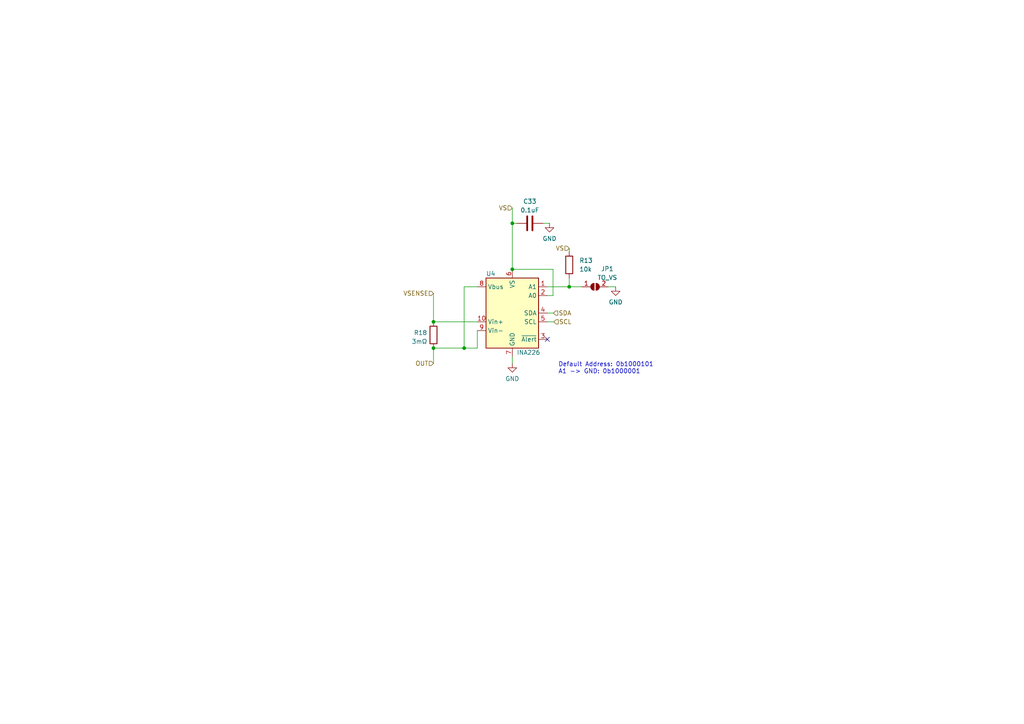
<source format=kicad_sch>
(kicad_sch (version 20230409) (generator eeschema)
  (paper "A4")
  (lib_symbols
    (symbol "Device:C" (pin_numbers hide) (pin_names (offset 0.254))
      (property "Reference" "C" (at 0.635 2.54 0))
      (property "Value" "C" (at 0.635 -2.54 0))
      (symbol "C_0_1"
        (polyline (pts (xy -2.032 -0.762) (xy 2.032 -0.762)) (stroke (width 0.508)))
        (polyline (pts (xy -2.032 0.762) (xy 2.032 0.762)) (stroke (width 0.508)))
      )
      (symbol "C_1_1"
        (pin passive line (at 0 3.81 270) (length 2.794) (name "~") (number "1"))
        (pin passive line (at 0 -3.81 90) (length 2.794) (name "~") (number "2"))
      )
    )
    (symbol "Device:R" (pin_numbers hide) (pin_names (offset 0))
      (property "Reference" "R" (at 2.032 0 90))
      (property "Value" "R" (at 0 0 90))
      (symbol "R_0_1"
        (rectangle (start -1.016 -2.54) (end 1.016 2.54) (stroke (width 0.254)))
      )
      (symbol "R_1_1"
        (pin passive line (at 0 3.81 270) (length 1.27) (name "~") (number "1"))
        (pin passive line (at 0 -3.81 90) (length 1.27) (name "~") (number "2"))
      )
    )
    (symbol "Jumper:SolderJumper_2_Open" (pin_names (offset 0) hide)
      (property "Reference" "JP" (at 0 2.032 0))
      (property "Value" "SolderJumper_2_Open" (at 0 -2.54 0))
      (symbol "SolderJumper_2_Open_0_1"
        (arc (start -0.254 1.016) (mid -1.2656 0) (end -0.254 -1.016))
        (arc (start -0.254 1.016) (mid -1.2656 0) (end -0.254 -1.016) (fill (type outline)))
        (polyline (pts (xy -0.254 1.016) (xy -0.254 -1.016)))
        (polyline (pts (xy 0.254 1.016) (xy 0.254 -1.016)))
        (arc (start 0.254 -1.016) (mid 1.2656 0) (end 0.254 1.016))
        (arc (start 0.254 -1.016) (mid 1.2656 0) (end 0.254 1.016) (fill (type outline)))
      )
      (symbol "SolderJumper_2_Open_1_1"
        (pin passive line (at -3.81 0 0) (length 2.54) (name "A") (number "1"))
        (pin passive line (at 3.81 0 180) (length 2.54) (name "B") (number "2"))
      )
    )
    (symbol "Sensor_Energy:INA226"
      (property "Reference" "U" (at -6.35 11.43 0))
      (property "Value" "INA226" (at 3.81 11.43 0))
      (symbol "INA226_0_1"
        (rectangle (start 7.62 10.16) (end -7.62 -10.16) (stroke (width 0.254)) (fill (type background)))
      )
      (symbol "INA226_1_1"
        (pin input line (at 10.16 7.62 180) (length 2.54) (name "A1") (number "1"))
        (pin input line (at -10.16 -2.54 0) (length 2.54) (name "Vin+") (number "10"))
        (pin input line (at 10.16 5.08 180) (length 2.54) (name "A0") (number "2"))
        (pin open_collector line (at 10.16 -7.62 180) (length 2.54) (name "~{Alert}") (number "3"))
        (pin bidirectional line (at 10.16 0 180) (length 2.54) (name "SDA") (number "4"))
        (pin input line (at 10.16 -2.54 180) (length 2.54) (name "SCL") (number "5"))
        (pin power_in line (at 0 12.7 270) (length 2.54) (name "VS") (number "6"))
        (pin power_in line (at 0 -12.7 90) (length 2.54) (name "GND") (number "7"))
        (pin input line (at -10.16 7.62 0) (length 2.54) (name "Vbus") (number "8"))
        (pin input line (at -10.16 -5.08 0) (length 2.54) (name "Vin-") (number "9"))
      )
    )
    (symbol "power:GND" (power) (pin_names (offset 0))
      (property "Value" "GND" (at 0 -3.81 0))
      (symbol "GND_0_1"
        (polyline (pts (xy 0 0) (xy 0 -1.27) (xy 1.27 -1.27) (xy 0 -2.54) (xy -1.27 -1.27) (xy 0 -1.27)))
      )
      (symbol "GND_1_1"
        (pin power_in line (at 0 0 270) (length 0) hide (name "GND") (number "1"))
      )
    )
  )
  (junction (at 148.59 78.105))
  (junction (at 148.59 64.77))
  (junction (at 125.73 93.345))
  (junction (at 165.1 83.185))
  (junction (at 134.62 100.965))
  (junction (at 125.73 100.965))
  (no_connect (at 158.75 98.425))
  (wire (pts (xy 148.59 64.77) (xy 148.59 78.105)))
  (wire (pts (xy 138.43 100.965) (xy 138.43 95.885)))
  (wire (pts (xy 134.62 83.185) (xy 134.62 100.965)))
  (wire (pts (xy 125.73 100.965) (xy 125.73 105.41)))
  (wire (pts (xy 160.401 85.725) (xy 160.401 78.105)))
  (wire (pts (xy 134.62 100.965) (xy 138.43 100.965)))
  (wire (pts (xy 125.73 93.345) (xy 138.43 93.345)))
  (wire (pts (xy 160.401 78.105) (xy 148.59 78.105)))
  (wire (pts (xy 158.75 90.805) (xy 160.528 90.805)))
  (wire (pts (xy 158.75 85.725) (xy 160.401 85.725)))
  (wire (pts (xy 125.73 100.965) (xy 134.62 100.965)))
  (wire (pts (xy 165.1 83.185) (xy 168.783 83.185)))
  (wire (pts (xy 125.73 85.09) (xy 125.73 93.345)))
  (wire (pts (xy 138.43 83.185) (xy 134.62 83.185)))
  (wire (pts (xy 148.59 60.325) (xy 148.59 64.77)))
  (wire (pts (xy 148.59 103.505) (xy 148.59 105.41)))
  (wire (pts (xy 157.48 64.77) (xy 159.385 64.77)))
  (wire (pts (xy 165.1 80.645) (xy 165.1 83.185)))
  (wire (pts (xy 176.403 83.185) (xy 178.562 83.185)))
  (wire (pts (xy 165.1 72.009) (xy 165.1 73.025)))
  (wire (pts (xy 158.75 83.185) (xy 165.1 83.185)))
  (wire (pts (xy 158.75 93.345) (xy 160.655 93.345)))
  (wire (pts (xy 148.59 64.77) (xy 149.86 64.77)))
  (text "Default Address: 0b1000101\nA1 -> GND: 0b1000001" (at 161.925 108.585 0) (effects (font (size 1.27 1.27)) (justify left bottom)))
  (hierarchical_label "VSENSE" (shape input) (at 125.73 85.09 180))
  (hierarchical_label "SCL" (shape input) (at 160.655 93.345 0))
  (hierarchical_label "VS" (shape input) (at 148.59 60.325 180))
  (hierarchical_label "OUT" (shape input) (at 125.73 105.41 180))
  (hierarchical_label "VS" (shape input) (at 165.1 72.009 180))
  (hierarchical_label "SDA" (shape input) (at 160.528 90.805 0))
  (symbol (lib_id "Device:C") (at 153.67 64.77 90) (unit 1)
    (property "Reference" "C33" (at 153.67 58.42 90))
    (property "Value" "0.1uF" (at 153.67 60.96 90))
    (property "Footprint" "Capacitor_SMD:C_0603_1608Metric" (effects hide))
  )
  (symbol (lib_id "power:GND") (at 148.59 105.41 0) (unit 1)
    (property "Reference" "#PWR031" (effects hide))
    (property "Value" "GND" (at 148.59 109.855 0))
  )
  (symbol (lib_id "Device:R") (at 165.1 76.835 0) (unit 1)
    (property "Reference" "R13" (at 168.021 75.565 0) (effects (justify left)))
    (property "Value" "10k" (at 168.021 78.105 0) (effects (justify left)))
    (property "Footprint" "Resistor_SMD:R_0603_1608Metric" (effects hide))
  )
  (symbol (lib_id "Device:R") (at 125.73 97.155 0) (unit 1)
    (property "Reference" "R18" (at 120.015 96.52 0) (effects (justify left)))
    (property "Value" "3mΩ" (at 119.38 99.06 0) (effects (justify left)))
    (property "Footprint" "Resistor_SMD:R_2512_6332Metric" (effects hide))
  )
  (symbol (lib_id "Sensor_Energy:INA226") (at 148.59 90.805 0) (unit 1)
    (property "Reference" "U4" (at 140.97 79.375 0) (effects (justify left)))
    (property "Value" "INA226" (at 149.86 102.235 0) (effects (justify left)))
    (property "Footprint" "Package_SO:VSSOP-10_3x3mm_P0.5mm" (effects hide))
    (property "Datasheet" "http://www.ti.com/lit/ds/symlink/ina226.pdf" (effects hide))
  )
  (symbol (lib_id "Jumper:SolderJumper_2_Open") (at 172.593 83.185 0) (unit 1)
    (property "Reference" "JP1" (at 176.149 77.978 0))
    (property "Value" "TO_VS" (at 176.149 80.518 0))
    (property "Footprint" "Jumper:SolderJumper-2_P1.3mm_Open_RoundedPad1.0x1.5mm" (effects hide))
  )
  (symbol (lib_id "power:GND") (at 159.385 64.77 0) (unit 1)
    (property "Reference" "#PWR028" (effects hide))
    (property "Value" "GND" (at 159.385 69.215 0))
  )
  (symbol (lib_id "power:GND") (at 178.562 83.185 0) (unit 1)
    (property "Reference" "#PWR029" (effects hide))
    (property "Value" "GND" (at 178.562 87.63 0))
  )
)
</source>
